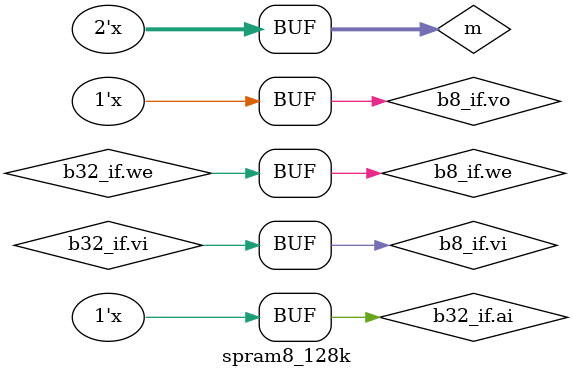
<source format=sv>
module spram8_128k (                           /// depth cascade
    mb8_io b8_if
    );
    logic [1:0] m, _m;                         /// byte index of (current and previous cycle)
    /// TODO: add cache

    mb32_io     b32_if(b8_if.clk);
    spram32_32k m0(b32_if);
    ///
    /// 32 to 8-bit converter
    ///
    assign b32_if.we   = b8_if.we;
    assign b32_if.ai   = b8_if.ai[16:2];       /// 32-bit address
    assign b32_if.vi   = {b8_if.vi, b8_if.vi, b8_if.vi, b8_if.vi};
    assign m           = b8_if.ai[1:0];        /// byte select
    assign b32_if.bmsk = m[1:1]                /// write byte select mux
            ? (m[0:0] ? 4'b1000 : 4'b0100)
            : (m[0:0] ? 4'b0010 : 4'b0001);
    assign b8_if.vo    = _m[1:1]               /// read byte mux (from previous cycle)
            ? (_m[0:0] ? b32_if.vo[31:24] : b32_if.vo[23:16])
            : (_m[0:0] ? b32_if.vo[15:8]  : b32_if.vo[7:0]);

    always_ff @(posedge b8_if.clk) begin
        $display("ram32[%x]: {%x}[%x]", b32_if.ai, b32_if.vo, _m);
        _m <= m;                               /// read needs to wait for one cycle
    end
endmodule : spram8_128k

</source>
